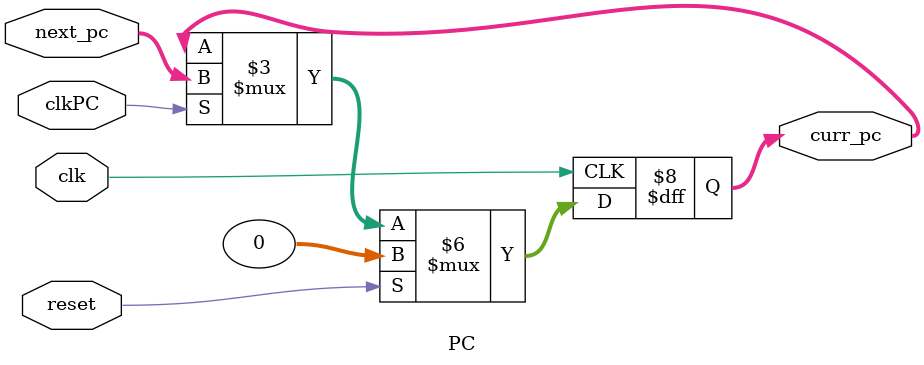
<source format=v>

module PC(reset, clk, clkPC, next_pc, curr_pc);
    input reset;
    input clk;
    input clkPC;
    input [31:0] next_pc;
    output reg[31:0] curr_pc;

    initial begin
        curr_pc = 0;
    end

    always @(posedge clk) begin
        if (reset)
            curr_pc <= 0;
        else if (clkPC)
            curr_pc <= next_pc;
    end
endmodule


</source>
